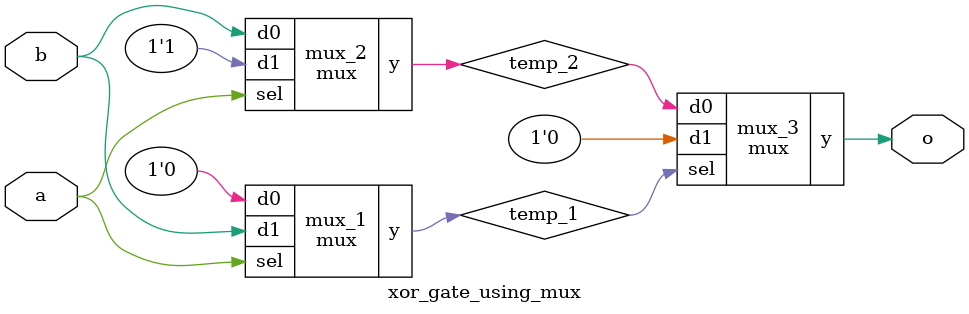
<source format=sv>

module mux
(
  input  d0, d1,
  input  sel,
  output y
);

  assign y = sel ? d1 : d0;

endmodule

//----------------------------------------------------------------------------
// Task
//----------------------------------------------------------------------------

module xor_gate_using_mux
(
    input  a,
    input  b,
    output o
);

  // Task:
  // Implement xor gate using instance(s) of mux,
  // constants 0 and 1, and wire connections

  // ver. 1
  wire temp_1, temp_2;
  mux mux_1(0, b, a, temp_1); // AND gate
  mux mux_2(b, 1, a, temp_2); // OR gate
  mux mux_3(temp_2, 0, temp_1, o);

  //ver. 2
  //mux mux_1(b, ~b, a, o);
endmodule

</source>
